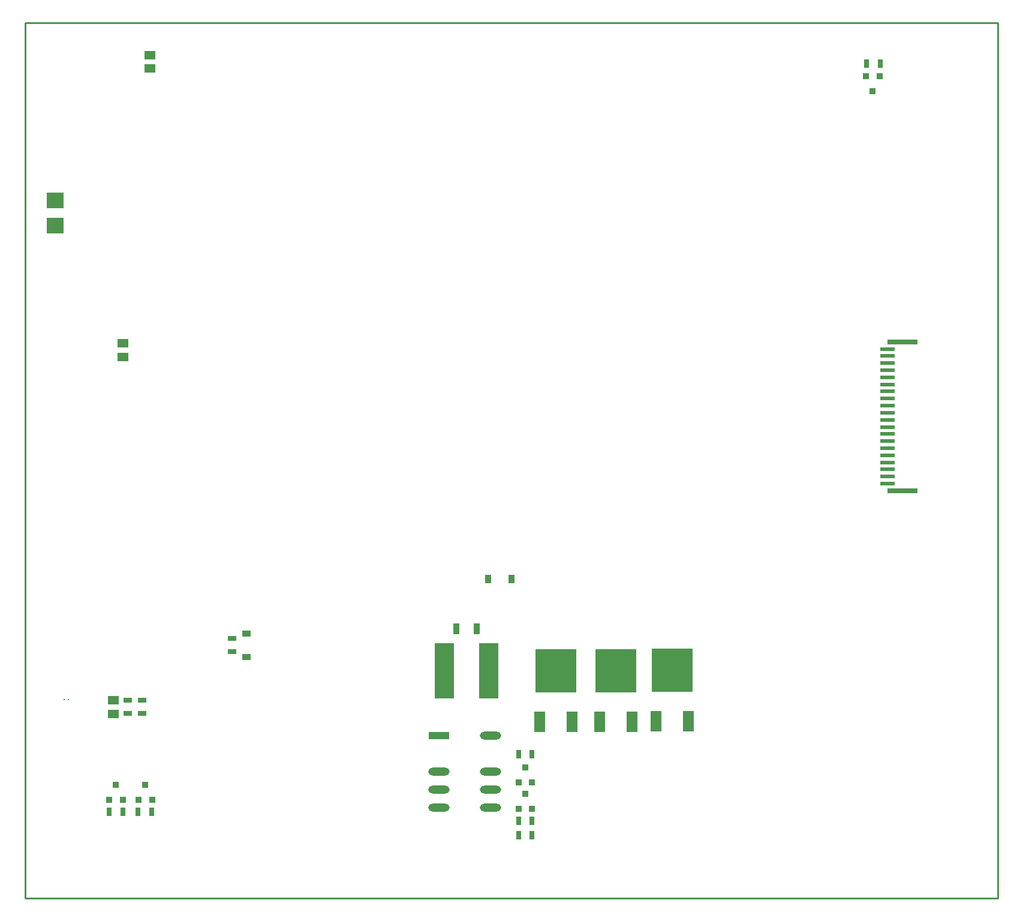
<source format=gtp>
G04*
G04 #@! TF.GenerationSoftware,Altium Limited,CircuitStudio,1.5.2 (1.5.2.30)*
G04*
G04 Layer_Color=7318015*
%FSLAX44Y44*%
%MOMM*%
G71*
G01*
G75*
%ADD10R,0.2540X0.2540*%
%ADD11R,0.8128X0.9144*%
%ADD12R,0.9100X1.2200*%
%ADD13R,5.8000X6.2000*%
%ADD14R,1.6000X3.0000*%
%ADD15R,2.7500X7.8200*%
%ADD16R,0.9000X1.6000*%
%ADD17R,3.0000X1.1100*%
%ADD18O,3.0000X1.1100*%
%ADD19R,0.7000X1.3000*%
%ADD20R,2.0000X0.6000*%
%ADD21R,4.2000X0.7000*%
%ADD22R,1.6000X1.3000*%
%ADD23R,1.2200X0.9100*%
%ADD24R,1.3000X0.7000*%
%ADD25R,2.4000X2.1600*%
%ADD28C,0.2500*%
D10*
X1662500Y1741000D02*
D03*
X1656500D02*
D03*
D11*
X1729424Y1621088D02*
D03*
X1739076Y1599912D02*
D03*
X1719924D02*
D03*
X1770924Y1621088D02*
D03*
X1780576Y1599912D02*
D03*
X1761424D02*
D03*
X2807576Y2620588D02*
D03*
X2788424D02*
D03*
X2798076Y2599412D02*
D03*
X2307424Y1645588D02*
D03*
X2317076Y1624412D02*
D03*
X2297924D02*
D03*
X2307424Y1608588D02*
D03*
X2317076Y1587412D02*
D03*
X2297924D02*
D03*
D12*
X2288100Y1911500D02*
D03*
X2255400D02*
D03*
D13*
X2515000Y1783000D02*
D03*
X2350493Y1781490D02*
D03*
X2435493D02*
D03*
D14*
X2537900Y1711000D02*
D03*
X2492100D02*
D03*
X2373393Y1709490D02*
D03*
X2327593D02*
D03*
X2458392D02*
D03*
X2412592D02*
D03*
D15*
X2255800Y1781500D02*
D03*
X2193200D02*
D03*
D16*
X2239000Y1841000D02*
D03*
X2210000D02*
D03*
D17*
X2185698Y1690250D02*
D03*
D18*
Y1639450D02*
D03*
X2258598Y1690250D02*
D03*
Y1639450D02*
D03*
Y1614050D02*
D03*
X2185698D02*
D03*
X2258598Y1588650D02*
D03*
X2185698D02*
D03*
D19*
X2808493Y2638997D02*
D03*
X2789493D02*
D03*
X2298000Y1570000D02*
D03*
X2317000D02*
D03*
Y1550010D02*
D03*
X2298000D02*
D03*
X2317000Y1664000D02*
D03*
X2298000D02*
D03*
X1720000Y1583000D02*
D03*
X1739000D02*
D03*
X1780000D02*
D03*
X1761000D02*
D03*
D20*
X2819000Y2046000D02*
D03*
Y2056000D02*
D03*
Y2066000D02*
D03*
Y2076000D02*
D03*
Y2086000D02*
D03*
Y2096000D02*
D03*
Y2106000D02*
D03*
Y2116000D02*
D03*
Y2126000D02*
D03*
Y2136000D02*
D03*
Y2146000D02*
D03*
Y2156000D02*
D03*
Y2166000D02*
D03*
Y2176000D02*
D03*
Y2186000D02*
D03*
Y2196000D02*
D03*
Y2206000D02*
D03*
Y2216000D02*
D03*
Y2226000D02*
D03*
Y2236000D02*
D03*
D21*
X2840000Y2246000D02*
D03*
Y2036000D02*
D03*
D22*
X1739750Y2244000D02*
D03*
Y2225000D02*
D03*
X1777500Y2631500D02*
D03*
Y2650500D02*
D03*
X1725510Y1739995D02*
D03*
Y1720994D02*
D03*
D23*
X1913500Y1801650D02*
D03*
Y1834350D02*
D03*
D24*
X1766500Y1740500D02*
D03*
Y1721500D02*
D03*
X1746500Y1721500D02*
D03*
Y1740500D02*
D03*
X1893500Y1827750D02*
D03*
Y1808750D02*
D03*
D25*
X1644000Y2446000D02*
D03*
Y2410500D02*
D03*
D28*
X1601500Y1461000D02*
X2974500Y1461000D01*
Y2696000D01*
X1601500D02*
X2974500D01*
X1601500Y1461000D02*
Y2696000D01*
M02*

</source>
